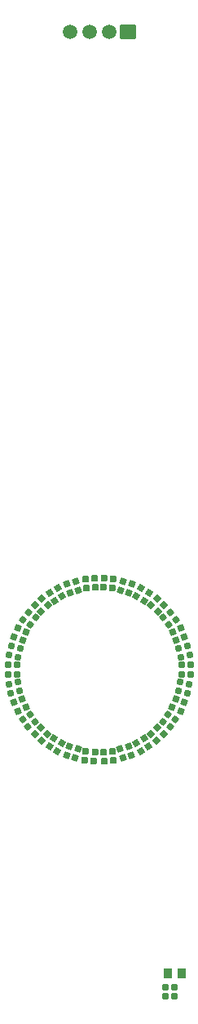
<source format=gts>
G04 Layer: TopSolderMaskLayer*
G04 EasyEDA v6.5.29, 2023-07-18 11:35:47*
G04 afcbc65135b8487390061542234f1994,5a6b42c53f6a479593ecc07194224c93,10*
G04 Gerber Generator version 0.2*
G04 Scale: 100 percent, Rotated: No, Reflected: No *
G04 Dimensions in millimeters *
G04 leading zeros omitted , absolute positions ,4 integer and 5 decimal *
%FSLAX45Y45*%
%MOMM*%

%AMMACRO1*1,1,$1,$2,$3*1,1,$1,$4,$5*1,1,$1,0-$2,0-$3*1,1,$1,0-$4,0-$5*20,1,$1,$2,$3,$4,$5,0*20,1,$1,$4,$5,0-$2,0-$3,0*20,1,$1,0-$2,0-$3,0-$4,0-$5,0*20,1,$1,0-$4,0-$5,$2,$3,0*4,1,4,$2,$3,$4,$5,0-$2,0-$3,0-$4,0-$5,$2,$3,0*%
%ADD10C,1.5016*%
%ADD11MACRO1,0.1016X0.762X0.7X-0.762X0.7*%
%ADD12MACRO1,0.1016X-0.275X0.275X0.275X0.275*%
%ADD13MACRO1,0.1016X0.275X-0.275X-0.275X-0.275*%
%ADD14MACRO1,0.1016X0.3262X-0.2118X-0.2118X-0.3262*%
%ADD15MACRO1,0.1016X0.3631X-0.1394X-0.1394X-0.3631*%
%ADD16MACRO1,0.1016X0.3631X-0.1394X-0.1393X-0.3631*%
%ADD17MACRO1,0.1016X0.3841X-0.0608X-0.0608X-0.3841*%
%ADD18MACRO1,0.1016X0.3841X-0.0609X-0.0608X-0.3841*%
%ADD19MACRO1,0.1016X0.3884X0.0204X0.0204X-0.3884*%
%ADD20MACRO1,0.1016X0.3884X0.0203X0.0204X-0.3884*%
%ADD21MACRO1,0.1016X0.3757X0.1007X0.1007X-0.3757*%
%ADD22MACRO1,0.1016X0.3757X0.1006X0.1007X-0.3757*%
%ADD23MACRO1,0.1016X0.3465X0.1766X0.1766X-0.3465*%
%ADD24MACRO1,0.1016X0.3465X0.1765X0.1766X-0.3465*%
%ADD25MACRO1,0.1016X0.3022X0.2448X0.2448X-0.3022*%
%ADD26MACRO1,0.1016X0.3022X0.2447X0.2448X-0.3022*%
%ADD27MACRO1,0.1016X0.2447X0.3022X0.3022X-0.2448*%
%ADD28MACRO1,0.1016X0.2448X0.3022X0.3022X-0.2447*%
%ADD29MACRO1,0.1016X0.1765X0.3465X0.3465X-0.1765*%
%ADD30MACRO1,0.1016X0.1766X0.3465X0.3465X-0.1765*%
%ADD31MACRO1,0.1016X0.1006X0.3757X0.3756X-0.1007*%
%ADD32MACRO1,0.1016X0.1006X0.3757X0.3757X-0.1006*%
%ADD33MACRO1,0.1016X0.1007X0.3757X0.3757X-0.1006*%
%ADD34MACRO1,0.1016X0.0203X0.3884X0.3884X-0.0203*%
%ADD35MACRO1,0.1016X0.0204X0.3884X0.3884X-0.0204*%
%ADD36MACRO1,0.1016X0.0204X0.3884X0.3884X-0.0203*%
%ADD37MACRO1,0.1016X-0.0608X0.3841X0.3841X0.0608*%
%ADD38MACRO1,0.1016X-0.0608X0.3841X0.3841X0.0609*%
%ADD39MACRO1,0.1016X-0.1394X0.3631X0.3631X0.1394*%
%ADD40MACRO1,0.1016X-0.1393X0.3631X0.3631X0.1394*%
%ADD41MACRO1,0.1016X-0.2118X0.3262X0.3262X0.2118*%
%ADD42MACRO1,0.1016X0.2118X-0.3262X-0.3262X-0.2118*%
%ADD43MACRO1,0.1016X0.1394X-0.3631X-0.3631X-0.1394*%
%ADD44MACRO1,0.1016X0.1393X-0.3631X-0.3631X-0.1394*%
%ADD45MACRO1,0.1016X0.0608X-0.3841X-0.3841X-0.0608*%
%ADD46MACRO1,0.1016X0.0608X-0.3841X-0.3841X-0.0609*%
%ADD47MACRO1,0.1016X-0.0203X-0.3884X-0.3884X0.0203*%
%ADD48MACRO1,0.1016X-0.0204X-0.3884X-0.3884X0.0204*%
%ADD49MACRO1,0.1016X-0.0204X-0.3884X-0.3884X0.0203*%
%ADD50MACRO1,0.1016X-0.1006X-0.3757X-0.3756X0.1007*%
%ADD51MACRO1,0.1016X-0.1006X-0.3757X-0.3757X0.1006*%
%ADD52MACRO1,0.1016X-0.1007X-0.3757X-0.3757X0.1006*%
%ADD53MACRO1,0.1016X-0.1765X-0.3465X-0.3465X0.1765*%
%ADD54MACRO1,0.1016X-0.1766X-0.3465X-0.3465X0.1765*%
%ADD55MACRO1,0.1016X-0.2447X-0.3022X-0.3022X0.2448*%
%ADD56MACRO1,0.1016X-0.2448X-0.3022X-0.3022X0.2447*%
%ADD57MACRO1,0.1016X-0.3022X-0.2448X-0.2448X0.3022*%
%ADD58MACRO1,0.1016X-0.3022X-0.2447X-0.2448X0.3022*%
%ADD59MACRO1,0.1016X-0.3465X-0.1766X-0.1766X0.3465*%
%ADD60MACRO1,0.1016X-0.3465X-0.1765X-0.1766X0.3465*%
%ADD61MACRO1,0.1016X-0.3757X-0.1007X-0.1007X0.3757*%
%ADD62MACRO1,0.1016X-0.3757X-0.1006X-0.1007X0.3757*%
%ADD63MACRO1,0.1016X-0.3884X-0.0204X-0.0204X0.3884*%
%ADD64MACRO1,0.1016X-0.3884X-0.0203X-0.0204X0.3884*%
%ADD65MACRO1,0.1016X-0.3841X0.0608X0.0608X0.3841*%
%ADD66MACRO1,0.1016X-0.3841X0.0609X0.0608X0.3841*%
%ADD67MACRO1,0.1016X-0.3631X0.1394X0.1394X0.3631*%
%ADD68MACRO1,0.1016X-0.3631X0.1394X0.1393X0.3631*%
%ADD69MACRO1,0.1016X-0.3262X0.2118X0.2118X0.3262*%
%ADD70MACRO1,0.1016X0.4X-0.45X-0.4X-0.45*%

%LPD*%
D10*
G01*
X-1234998Y6765721D03*
G01*
X-1034999Y6765721D03*
G01*
X-834999Y6765721D03*
D11*
G01*
X-635000Y6765721D03*
D12*
G01*
X-245901Y-3143557D03*
G01*
X-245899Y-3238571D03*
G01*
X-150877Y-3238576D03*
G01*
X-150879Y-3143556D03*
D13*
G01*
X-1789197Y102999D03*
G01*
X-1789197Y198015D03*
G01*
X-1884220Y198020D03*
G01*
X-1884218Y102999D03*
D14*
G01*
X-1760687Y-73205D03*
G01*
X-1780443Y19734D03*
G01*
X-1873390Y-16D03*
G01*
X-1853633Y-92960D03*
D15*
G01*
X-1696166Y-239633D03*
G01*
X-1734813Y-152833D03*
D16*
G01*
X-1821624Y-191476D03*
D15*
G01*
X-1782974Y-278281D03*
D17*
G01*
X-1598452Y-389009D03*
G01*
X-1654301Y-312140D03*
D18*
G01*
X-1731180Y-367987D03*
G01*
X-1675326Y-444860D03*
D19*
G01*
X-1471816Y-514807D03*
G01*
X-1542427Y-451229D03*
D20*
G01*
X-1606014Y-521839D03*
G01*
X-1535399Y-585420D03*
D21*
G01*
X-1321794Y-611524D03*
G01*
X-1404080Y-564015D03*
D22*
G01*
X-1451596Y-646302D03*
G01*
X-1369305Y-693812D03*
D23*
G01*
X-1154941Y-674935D03*
G01*
X-1245306Y-645575D03*
D24*
G01*
X-1274674Y-735943D03*
G01*
X-1184304Y-765305D03*
D25*
G01*
X-978551Y-702271D03*
G01*
X-1073047Y-692340D03*
D26*
G01*
X-1082983Y-786838D03*
G01*
X-988482Y-796772D03*
D27*
G01*
X-800326Y-692335D03*
G01*
X-894822Y-702269D03*
D28*
G01*
X-884895Y-796772D03*
G01*
X-790395Y-786837D03*
D29*
G01*
X-628067Y-645565D03*
G01*
X-718432Y-674927D03*
D30*
G01*
X-689075Y-765300D03*
G01*
X-598705Y-735935D03*
D31*
G01*
X-469295Y-563999D03*
D32*
G01*
X-551581Y-611508D03*
D33*
G01*
X-504076Y-693803D03*
G01*
X-421787Y-646291D03*
D34*
G01*
X-330951Y-451208D03*
D35*
G01*
X-401562Y-514785D03*
D36*
G01*
X-337986Y-585405D03*
G01*
X-267371Y-521822D03*
D37*
G01*
X-219083Y-312115D03*
D38*
G01*
X-274932Y-388985D03*
G01*
X-198061Y-444842D03*
G01*
X-142209Y-367968D03*
D39*
G01*
X-138576Y-152805D03*
G01*
X-177222Y-239607D03*
D40*
G01*
X-90418Y-278260D03*
G01*
X-51770Y-191453D03*
D41*
G01*
X-92953Y19762D03*
G01*
X-112707Y-73176D03*
G01*
X-19763Y-92937D03*
G01*
X-7Y6D03*
D42*
G01*
X-1777044Y281283D03*
G01*
X-1757291Y374222D03*
G01*
X-1850235Y393983D03*
G01*
X-1869991Y301039D03*
D43*
G01*
X-1731422Y453851D03*
G01*
X-1692776Y540652D03*
D44*
G01*
X-1779579Y579306D03*
G01*
X-1818228Y492499D03*
D45*
G01*
X-1650914Y613161D03*
D46*
G01*
X-1595066Y690031D03*
G01*
X-1671937Y745888D03*
G01*
X-1727789Y669014D03*
D47*
G01*
X-1539046Y752254D03*
D48*
G01*
X-1468436Y815831D03*
D49*
G01*
X-1532012Y886451D03*
G01*
X-1602626Y822868D03*
D50*
G01*
X-1400703Y865045D03*
D51*
G01*
X-1318417Y912554D03*
D52*
G01*
X-1365921Y994849D03*
G01*
X-1448211Y947337D03*
D53*
G01*
X-1241931Y946611D03*
G01*
X-1151566Y975973D03*
D54*
G01*
X-1180923Y1066346D03*
G01*
X-1271292Y1036981D03*
D55*
G01*
X-1069672Y993381D03*
G01*
X-975175Y1003315D03*
D56*
G01*
X-985103Y1097818D03*
G01*
X-1079602Y1087883D03*
D57*
G01*
X-891447Y1003317D03*
G01*
X-796951Y993386D03*
D58*
G01*
X-787015Y1087884D03*
G01*
X-881515Y1097818D03*
D59*
G01*
X-715056Y975981D03*
G01*
X-624692Y946621D03*
D60*
G01*
X-595323Y1036989D03*
G01*
X-685694Y1066351D03*
D61*
G01*
X-548204Y912569D03*
G01*
X-465918Y865061D03*
D62*
G01*
X-418402Y947348D03*
G01*
X-500693Y994858D03*
D63*
G01*
X-398181Y815853D03*
G01*
X-327571Y752275D03*
D64*
G01*
X-263984Y822885D03*
G01*
X-334599Y886466D03*
D65*
G01*
X-271546Y690055D03*
G01*
X-215696Y613186D03*
D66*
G01*
X-138818Y669033D03*
G01*
X-194671Y745906D03*
D67*
G01*
X-173832Y540679D03*
G01*
X-135185Y453878D03*
D68*
G01*
X-48374Y492522D03*
D67*
G01*
X-87024Y579327D03*
D69*
G01*
X-109311Y374251D03*
G01*
X-89555Y281311D03*
G01*
X3392Y301062D03*
G01*
X-16365Y394006D03*
D12*
G01*
X-80801Y198046D03*
G01*
X-80801Y103030D03*
G01*
X14221Y103024D03*
G01*
X14220Y198046D03*
D70*
G01*
X-217599Y-3000578D03*
G01*
X-77599Y-3000578D03*
M02*

</source>
